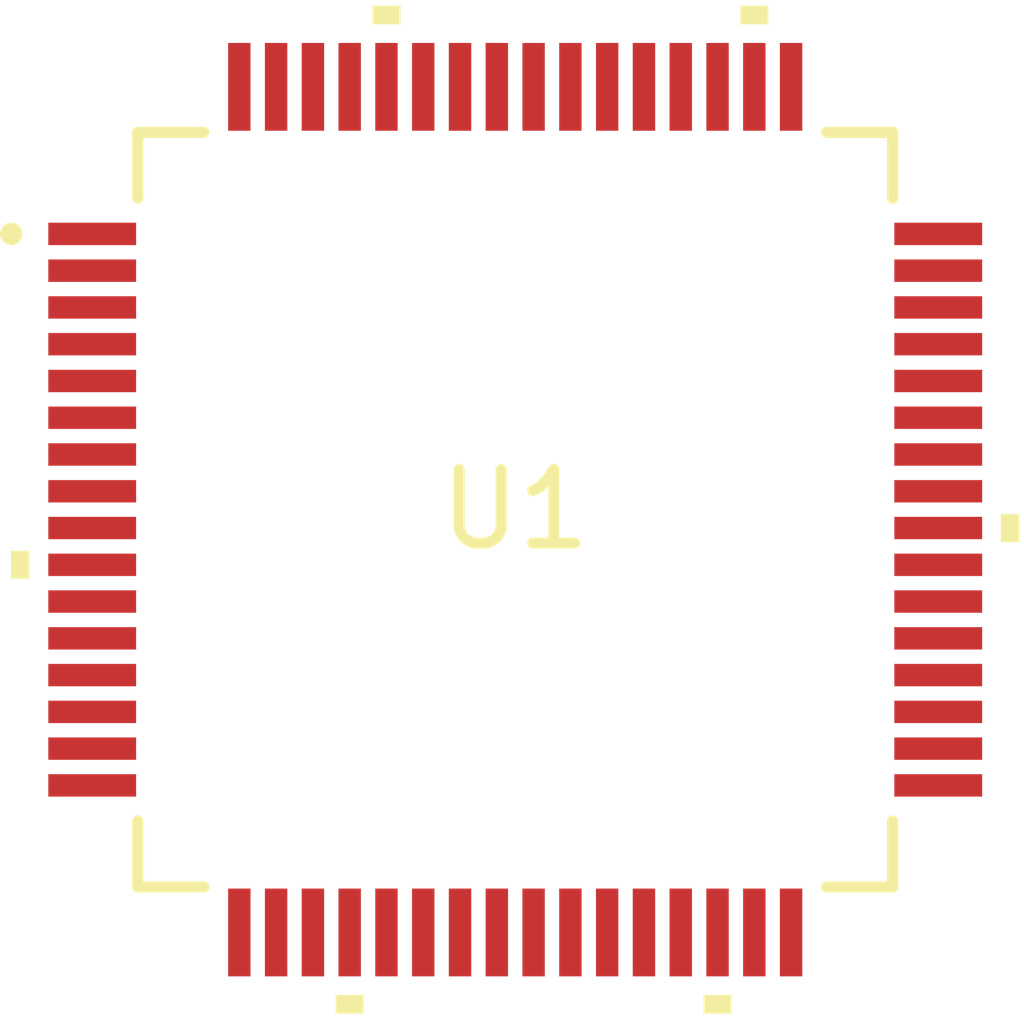
<source format=kicad_pcb>
(kicad_pcb (version 20240108) (generator "pcbnew") (generator_version "8.0")
  (layers (0 "F.Cu" signal) (31 "B.Cu" signal) (34 "B.Paste" user) (35 "F.Paste" user) (36 "B.SilkS" user "B.Silkscreen") (37 "F.SilkS" user "F.Silkscreen") (38 "B.Mask" user) (39 "F.Mask" user) (44 "Edge.Cuts" user))
  (net 0 "")
  (footprint "STM32G474RE:STM32G474RE" (layer "F.Cu") (at 84.250001 43.75)
    (property "Reference" "U1" (at 0 0 0) (layer "F.SilkS"))
    (property "Value" "STM32G474RET6")
    (fp_line (start -5.1308 -5.1308) (end -5.1308 -4.234392) (stroke (width 0.1524)) (layer "F.SilkS"))
    (fp_line (start -5.1308 4.234392) (end -5.1308 5.1308) (stroke (width 0.1524)) (layer "F.SilkS"))
    (fp_line (start -5.1308 5.1308) (end -4.234392 5.1308) (stroke (width 0.1524)) (layer "F.SilkS"))
    (fp_line (start -4.234392 -5.1308) (end -5.1308 -5.1308) (stroke (width 0.1524)) (layer "F.SilkS"))
    (fp_line (start 4.234392 5.1308) (end 5.1308 5.1308) (stroke (width 0.1524)) (layer "F.SilkS"))
    (fp_line (start 5.1308 -5.1308) (end 4.234392 -5.1308) (stroke (width 0.1524)) (layer "F.SilkS"))
    (fp_line (start 5.1308 -4.234392) (end 5.1308 -5.1308) (stroke (width 0.1524)) (layer "F.SilkS"))
    (fp_line (start 5.1308 5.1308) (end 5.1308 4.234392) (stroke (width 0.1524)) (layer "F.SilkS"))
    (fp_circle (center -6.8509 -3.75) (end -6.7747 -3.75) (stroke (width 0.1524)) (fill none) (layer "F.SilkS"))
    (fp_poly (pts (xy -6.854899 0.559501) (xy -6.854899 0.940501) (xy -6.600899 0.940501) (xy -6.600899 0.559501)) (fill solid) (layer "F.SilkS"))
    (fp_poly (pts (xy -2.440501 6.600899) (xy -2.440501 6.854899) (xy -2.059501 6.854899) (xy -2.059501 6.600899)) (fill solid) (layer "F.SilkS"))
    (fp_poly (pts (xy -1.940499 -6.600899) (xy -1.940499 -6.854899) (xy -1.559499 -6.854899) (xy -1.559499 -6.600899)) (fill solid) (layer "F.SilkS"))
    (fp_poly (pts (xy 2.5595 6.600899) (xy 2.5595 6.854899) (xy 2.9405 6.854899) (xy 2.9405 6.600899)) (fill solid) (layer "F.SilkS"))
    (fp_poly (pts (xy 3.059501 -6.600899) (xy 3.059501 -6.854899) (xy 3.440501 -6.854899) (xy 3.440501 -6.600899)) (fill solid) (layer "F.SilkS"))
    (fp_poly (pts (xy 6.854899 0.059499) (xy 6.854899 0.4405) (xy 6.600899 0.4405) (xy 6.600899 0.059499)) (fill solid) (layer "F.SilkS"))
    (pad "1" smd rect (at -5.749999 -3.75) (size 1.1938 0.3048) (layers "F.Cu" "F.Paste" "F.Mask"))
    (pad "2" smd rect (at -5.749999 -3.250001) (size 1.1938 0.3048) (layers "F.Cu" "F.Paste" "F.Mask"))
    (pad "3" smd rect (at -5.749999 -2.75) (size 1.1938 0.3048) (layers "F.Cu" "F.Paste" "F.Mask"))
    (pad "4" smd rect (at -5.749999 -2.250001) (size 1.1938 0.3048) (layers "F.Cu" "F.Paste" "F.Mask"))
    (pad "5" smd rect (at -5.749999 -1.749999) (size 1.1938 0.3048) (layers "F.Cu" "F.Paste" "F.Mask"))
    (pad "6" smd rect (at -5.749999 -1.25) (size 1.1938 0.3048) (layers "F.Cu" "F.Paste" "F.Mask"))
    (pad "7" smd rect (at -5.749999 -0.750001) (size 1.1938 0.3048) (layers "F.Cu" "F.Paste" "F.Mask"))
    (pad "8" smd rect (at -5.749999 -0.25) (size 1.1938 0.3048) (layers "F.Cu" "F.Paste" "F.Mask"))
    (pad "9" smd rect (at -5.749999 0.25) (size 1.1938 0.3048) (layers "F.Cu" "F.Paste" "F.Mask"))
    (pad "10" smd rect (at -5.749999 0.750001) (size 1.1938 0.3048) (layers "F.Cu" "F.Paste" "F.Mask"))
    (pad "11" smd rect (at -5.749999 1.25) (size 1.1938 0.3048) (layers "F.Cu" "F.Paste" "F.Mask"))
    (pad "12" smd rect (at -5.749999 1.749999) (size 1.1938 0.3048) (layers "F.Cu" "F.Paste" "F.Mask"))
    (pad "13" smd rect (at -5.749999 2.250001) (size 1.1938 0.3048) (layers "F.Cu" "F.Paste" "F.Mask"))
    (pad "14" smd rect (at -5.749999 2.75) (size 1.1938 0.3048) (layers "F.Cu" "F.Paste" "F.Mask"))
    (pad "15" smd rect (at -5.749999 3.250001) (size 1.1938 0.3048) (layers "F.Cu" "F.Paste" "F.Mask"))
    (pad "16" smd rect (at -5.749999 3.75) (size 1.1938 0.3048) (layers "F.Cu" "F.Paste" "F.Mask"))
    (pad "17" smd rect (at -3.75 5.749999 90) (size 1.1938 0.3048) (layers "F.Cu" "F.Paste" "F.Mask"))
    (pad "18" smd rect (at -3.250001 5.749999 90) (size 1.1938 0.3048) (layers "F.Cu" "F.Paste" "F.Mask"))
    (pad "19" smd rect (at -2.75 5.749999 90) (size 1.1938 0.3048) (layers "F.Cu" "F.Paste" "F.Mask"))
    (pad "20" smd rect (at -2.250001 5.749999 90) (size 1.1938 0.3048) (layers "F.Cu" "F.Paste" "F.Mask"))
    (pad "21" smd rect (at -1.749999 5.749999 90) (size 1.1938 0.3048) (layers "F.Cu" "F.Paste" "F.Mask"))
    (pad "22" smd rect (at -1.25 5.749999 90) (size 1.1938 0.3048) (layers "F.Cu" "F.Paste" "F.Mask"))
    (pad "23" smd rect (at -0.750001 5.749999 90) (size 1.1938 0.3048) (layers "F.Cu" "F.Paste" "F.Mask"))
    (pad "24" smd rect (at -0.25 5.749999 90) (size 1.1938 0.3048) (layers "F.Cu" "F.Paste" "F.Mask"))
    (pad "25" smd rect (at 0.25 5.749999 90) (size 1.1938 0.3048) (layers "F.Cu" "F.Paste" "F.Mask"))
    (pad "26" smd rect (at 0.750001 5.749999 90) (size 1.1938 0.3048) (layers "F.Cu" "F.Paste" "F.Mask"))
    (pad "27" smd rect (at 1.25 5.749999 90) (size 1.1938 0.3048) (layers "F.Cu" "F.Paste" "F.Mask"))
    (pad "28" smd rect (at 1.749999 5.749999 90) (size 1.1938 0.3048) (layers "F.Cu" "F.Paste" "F.Mask"))
    (pad "29" smd rect (at 2.250001 5.749999 90) (size 1.1938 0.3048) (layers "F.Cu" "F.Paste" "F.Mask"))
    (pad "30" smd rect (at 2.75 5.749999 90) (size 1.1938 0.3048) (layers "F.Cu" "F.Paste" "F.Mask"))
    (pad "31" smd rect (at 3.250001 5.749999 90) (size 1.1938 0.3048) (layers "F.Cu" "F.Paste" "F.Mask"))
    (pad "32" smd rect (at 3.75 5.749999 90) (size 1.1938 0.3048) (layers "F.Cu" "F.Paste" "F.Mask"))
    (pad "33" smd rect (at 5.749999 3.75) (size 1.1938 0.3048) (layers "F.Cu" "F.Paste" "F.Mask"))
    (pad "34" smd rect (at 5.749999 3.250001) (size 1.1938 0.3048) (layers "F.Cu" "F.Paste" "F.Mask"))
    (pad "35" smd rect (at 5.749999 2.75) (size 1.1938 0.3048) (layers "F.Cu" "F.Paste" "F.Mask"))
    (pad "36" smd rect (at 5.749999 2.250001) (size 1.1938 0.3048) (layers "F.Cu" "F.Paste" "F.Mask"))
    (pad "37" smd rect (at 5.749999 1.749999) (size 1.1938 0.3048) (layers "F.Cu" "F.Paste" "F.Mask"))
    (pad "38" smd rect (at 5.749999 1.25) (size 1.1938 0.3048) (layers "F.Cu" "F.Paste" "F.Mask"))
    (pad "39" smd rect (at 5.749999 0.750001) (size 1.1938 0.3048) (layers "F.Cu" "F.Paste" "F.Mask"))
    (pad "40" smd rect (at 5.749999 0.25) (size 1.1938 0.3048) (layers "F.Cu" "F.Paste" "F.Mask"))
    (pad "41" smd rect (at 5.749999 -0.25) (size 1.1938 0.3048) (layers "F.Cu" "F.Paste" "F.Mask"))
    (pad "42" smd rect (at 5.749999 -0.750001) (size 1.1938 0.3048) (layers "F.Cu" "F.Paste" "F.Mask"))
    (pad "43" smd rect (at 5.749999 -1.25) (size 1.1938 0.3048) (layers "F.Cu" "F.Paste" "F.Mask"))
    (pad "44" smd rect (at 5.749999 -1.749999) (size 1.1938 0.3048) (layers "F.Cu" "F.Paste" "F.Mask"))
    (pad "45" smd rect (at 5.749999 -2.250001) (size 1.1938 0.3048) (layers "F.Cu" "F.Paste" "F.Mask"))
    (pad "46" smd rect (at 5.749999 -2.75) (size 1.1938 0.3048) (layers "F.Cu" "F.Paste" "F.Mask"))
    (pad "47" smd rect (at 5.749999 -3.250001) (size 1.1938 0.3048) (layers "F.Cu" "F.Paste" "F.Mask"))
    (pad "48" smd rect (at 5.749999 -3.75) (size 1.1938 0.3048) (layers "F.Cu" "F.Paste" "F.Mask"))
    (pad "49" smd rect (at 3.75 -5.749999 90) (size 1.1938 0.3048) (layers "F.Cu" "F.Paste" "F.Mask"))
    (pad "50" smd rect (at 3.250001 -5.749999 90) (size 1.1938 0.3048) (layers "F.Cu" "F.Paste" "F.Mask"))
    (pad "51" smd rect (at 2.75 -5.749999 90) (size 1.1938 0.3048) (layers "F.Cu" "F.Paste" "F.Mask"))
    (pad "52" smd rect (at 2.250001 -5.749999 90) (size 1.1938 0.3048) (layers "F.Cu" "F.Paste" "F.Mask"))
    (pad "53" smd rect (at 1.749999 -5.749999 90) (size 1.1938 0.3048) (layers "F.Cu" "F.Paste" "F.Mask"))
    (pad "54" smd rect (at 1.25 -5.749999 90) (size 1.1938 0.3048) (layers "F.Cu" "F.Paste" "F.Mask"))
    (pad "55" smd rect (at 0.750001 -5.749999 90) (size 1.1938 0.3048) (layers "F.Cu" "F.Paste" "F.Mask"))
    (pad "56" smd rect (at 0.25 -5.749999 90) (size 1.1938 0.3048) (layers "F.Cu" "F.Paste" "F.Mask"))
    (pad "57" smd rect (at -0.25 -5.749999 90) (size 1.1938 0.3048) (layers "F.Cu" "F.Paste" "F.Mask"))
    (pad "58" smd rect (at -0.750001 -5.749999 90) (size 1.1938 0.3048) (layers "F.Cu" "F.Paste" "F.Mask"))
    (pad "59" smd rect (at -1.25 -5.749999 90) (size 1.1938 0.3048) (layers "F.Cu" "F.Paste" "F.Mask"))
    (pad "60" smd rect (at -1.749999 -5.749999 90) (size 1.1938 0.3048) (layers "F.Cu" "F.Paste" "F.Mask"))
    (pad "61" smd rect (at -2.250001 -5.749999 90) (size 1.1938 0.3048) (layers "F.Cu" "F.Paste" "F.Mask"))
    (pad "62" smd rect (at -2.75 -5.749999 90) (size 1.1938 0.3048) (layers "F.Cu" "F.Paste" "F.Mask"))
    (pad "63" smd rect (at -3.250001 -5.749999 90) (size 1.1938 0.3048) (layers "F.Cu" "F.Paste" "F.Mask"))
    (pad "64" smd rect (at -3.75 -5.749999 90) (size 1.1938 0.3048) (layers "F.Cu" "F.Paste" "F.Mask"))
  )
)
</source>
